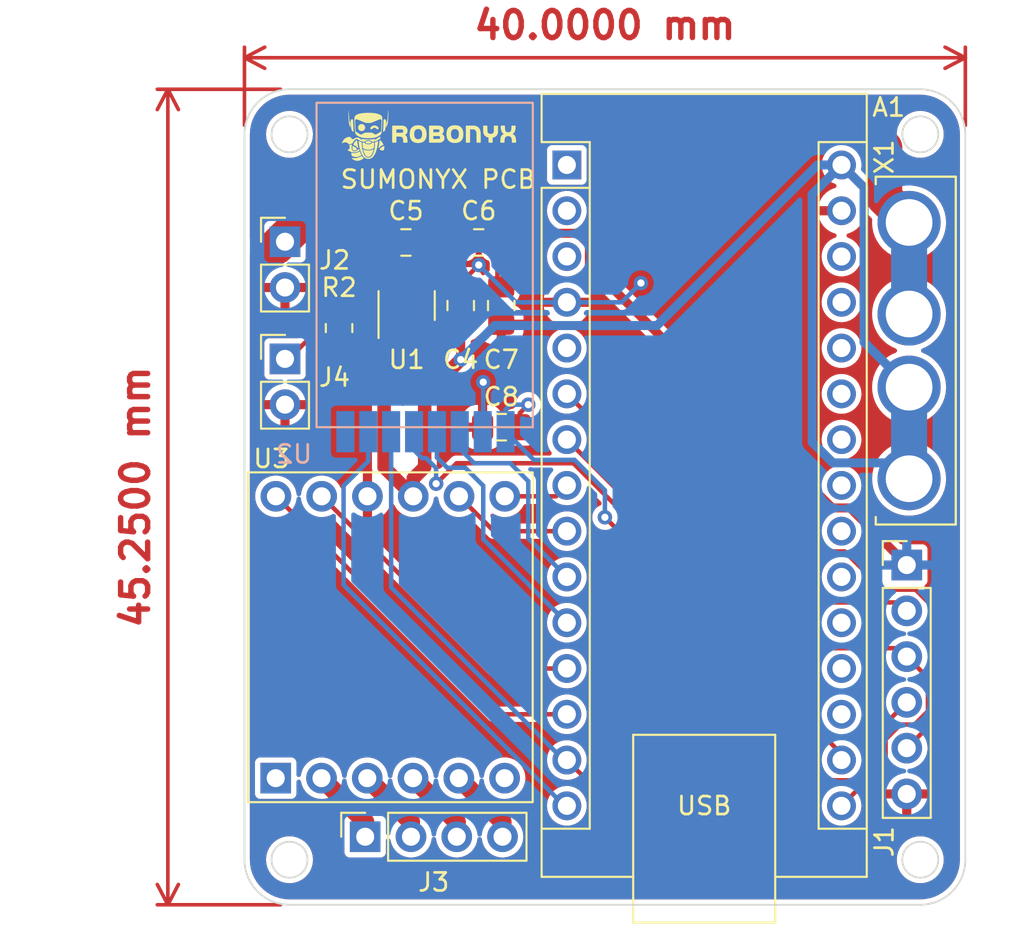
<source format=kicad_pcb>
(kicad_pcb (version 20211014) (generator pcbnew)
  (layers (0 "F.Cu" signal) (31 "B.Cu" signal) (34 "B.Paste" user) (35 "F.Paste" user) (36 "B.SilkS" user "B.Silkscreen") (37 "F.SilkS" user "F.Silkscreen") (38 "B.Mask" user) (39 "F.Mask" user) (44 "Edge.Cuts" user))
  (net 0 "")
  (net 4 "GND")
  (net 6 "Net-(A1-Pad6)")
  (net 7 "Net-(A1-Pad7)")
  (net 8 "Net-(A1-Pad8)")
  (net 9 "Net-(A1-Pad9)")
  (net 10 "Net-(A1-Pad10)")
  (net 11 "Net-(A1-Pad11)")
  (net 12 "Net-(A1-Pad12)")
  (net 13 "Net-(A1-Pad13)")
  (net 14 "Net-(A1-Pad14)")
  (net 15 "Net-(A1-Pad15)")
  (net 16 "Net-(A1-Pad16)")
  (net 17 "+3.3V")
  (net 27 "+5V")
  (net 33 "+7.5V")
  (net 34 "Net-(C5-Pad2)")
  (net 35 "Net-(C6-Pad1)")
  (net 36 "Net-(J2-Pad1)")
  (net 37 "Net-(J4-Pad1)")
  (net 38 "/MOTA1")
  (net 39 "/MOTA2")
  (net 40 "/MOTB1")
  (net 41 "/MOTB2")
  (footprint "DRV8833BRKT:DRV8833BRKT" (layer "F.Cu") (at 146.445 103.805 90)
    (fp_text reference "U3" (at 19.055 1.305 unlocked) (layer "F.SilkS"))
    (fp_text value "DRV8833BRKT")
    (pad "1" thru_hole rect (at 1.33 1.54 90) (size 1.7 1.7) (drill 1) (layers *.Mask "F.Cu" "In1.Cu" "B.Cu"))
    (pad "2" thru_hole oval (at 1.33 4.08 90) (size 1.7 1.7) (drill 1) (layers *.Mask "F.Cu" "In1.Cu" "B.Cu") (net 38 "/MOTA1"))
    (pad "3" thru_hole oval (at 1.33 6.62 90) (size 1.7 1.7) (drill 1) (layers *.Mask "F.Cu" "In1.Cu" "B.Cu") (net 39 "/MOTA2"))
    (pad "4" thru_hole oval (at 1.33 9.16 90) (size 1.7 1.7) (drill 1) (layers *.Mask "F.Cu" "In1.Cu" "B.Cu") (net 40 "/MOTB1"))
    (pad "5" thru_hole oval (at 1.33 11.7 90) (size 1.7 1.7) (drill 1) (layers *.Mask "F.Cu" "In1.Cu" "B.Cu") (net 41 "/MOTB2"))
    (pad "6" thru_hole oval (at 1.33 14.24 90) (size 1.7 1.7) (drill 1) (layers *.Mask "F.Cu" "In1.Cu" "B.Cu"))
    (pad "7" thru_hole circle (at 16.97 1.55 90) (size 1.7 1.7) (drill 1) (layers *.Cu *.Mask) (net 13 "Net-(A1-Pad13)"))
    (pad "8" thru_hole oval (at 16.97 4.09 90) (size 1.7 1.7) (drill 1) (layers *.Cu *.Mask) (net 12 "Net-(A1-Pad12)"))
    (pad "9" thru_hole oval (at 16.97 6.63 90) (size 1.7 1.7) (drill 1) (layers *.Cu *.Mask) (net 4 "GND"))
    (pad "10" thru_hole oval (at 16.97 9.17 90) (size 1.7 1.7) (drill 1) (layers *.Cu *.Mask) (net 33 "+7.5V"))
    (pad "11" thru_hole oval (at 16.97 11.71 90) (size 1.7 1.7) (drill 1) (layers *.Cu *.Mask) (net 9 "Net-(A1-Pad9)"))
    (pad "12" thru_hole oval (at 16.97 14.25 90) (size 1.7 1.7) (drill 1) (layers *.Cu *.Mask) (net 8 "Net-(A1-Pad8)"))
  )
  (footprint "Connector_PinSocket_2.54mm:PinSocket_1x04_P2.54mm_Vertical" (layer "F.Cu") (at 152.95 105.725 90)
    (fp_text reference "J3" (at -2.525 3.8 180) (layer "F.SilkS"))
    (fp_text value "MOTOR")
    (pad "1" thru_hole rect (at 0 0 90) (size 1.7 1.7) (drill 1) (layers *.Cu *.Mask) (net 38 "/MOTA1"))
    (pad "2" thru_hole oval (at 0 2.54 90) (size 1.7 1.7) (drill 1) (layers *.Cu *.Mask) (net 39 "/MOTA2"))
    (pad "3" thru_hole oval (at 0 5.08 90) (size 1.7 1.7) (drill 1) (layers *.Cu *.Mask) (net 40 "/MOTB1"))
    (pad "4" thru_hole oval (at 0 7.62 90) (size 1.7 1.7) (drill 1) (layers *.Cu *.Mask) (net 41 "/MOTB2"))
  )
  (footprint "Capacitor_SMD:C_0805_2012Metric_Pad1.18x1.45mm_HandSolder" (layer "F.Cu") (at 160.5 83)
    (fp_text reference "C8" (at 0 -1.68) (layer "F.SilkS"))
    (fp_text value "10UF10V")
    (pad "1" smd roundrect (at -1.0375 0) (size 1.175 1.45) (layers "F.Cu" "F.Paste" "F.Mask") (roundrect_rratio 0.2127659574) (net 4 "GND"))
    (pad "2" smd roundrect (at 1.0375 0) (size 1.175 1.45) (layers "F.Cu" "F.Paste" "F.Mask") (roundrect_rratio 0.2127659574) (net 17 "+3.3V"))
  )
  (footprint "Package_TO_SOT_SMD:TSOT-23-6" (layer "F.Cu") (at 155.25 76.25 90)
    (fp_text reference "U1" (at -3 0 180) (layer "F.SilkS"))
    (fp_text value "AP63205WU")
    (pad "1" smd roundrect (at -1.1375 -0.95 90) (size 1.325 0.6) (layers "F.Cu" "F.Paste" "F.Mask") (net 27 "+5V"))
    (pad "2" smd roundrect (at -1.1375 0 90) (size 1.325 0.6) (layers "F.Cu" "F.Paste" "F.Mask") (net 33 "+7.5V"))
    (pad "3" smd roundrect (at -1.1375 0.95 90) (size 1.325 0.6) (layers "F.Cu" "F.Paste" "F.Mask") (net 33 "+7.5V"))
    (pad "4" smd roundrect (at 1.1375 0.95 90) (size 1.325 0.6) (layers "F.Cu" "F.Paste" "F.Mask") (net 4 "GND"))
    (pad "5" smd roundrect (at 1.1375 0 90) (size 1.325 0.6) (layers "F.Cu" "F.Paste" "F.Mask") (net 27 "+5V"))
    (pad "6" smd roundrect (at 1.1375 -0.95 90) (size 1.325 0.6) (layers "F.Cu" "F.Paste" "F.Mask") (net 34 "Net-(C5-Pad2)"))
  )
  (footprint "Capacitor_SMD:C_0805_2012Metric_Pad1.18x1.45mm_HandSolder" (layer "F.Cu") (at 155.2125 72.75 180)
    (fp_text reference "C5" (at 0 1.75) (layer "F.SilkS"))
    (fp_text value "100NF10V")
    (pad "1" smd roundrect (at -1.0375 0 180) (size 1.175 1.45) (layers "F.Cu" "F.Paste" "F.Mask") (roundrect_rratio 0.2127659574) (net 27 "+5V"))
    (pad "2" smd roundrect (at 1.0375 0 180) (size 1.175 1.45) (layers "F.Cu" "F.Paste" "F.Mask") (roundrect_rratio 0.2127659574) (net 34 "Net-(C5-Pad2)"))
  )
  (footprint "Capacitor_SMD:C_0805_2012Metric_Pad1.18x1.45mm_HandSolder" (layer "F.Cu") (at 160.5 76.25 -90)
    (fp_text reference "C7" (at 3 0 -180) (layer "F.SilkS"))
    (fp_text value "22UF10V")
    (pad "1" smd roundrect (at -1.0375 0 270) (size 1.175 1.45) (layers "F.Cu" "F.Paste" "F.Mask") (roundrect_rratio 0.2127659574) (net 35 "Net-(C6-Pad1)"))
    (pad "2" smd roundrect (at 1.0375 0 270) (size 1.175 1.45) (layers "F.Cu" "F.Paste" "F.Mask") (roundrect_rratio 0.2127659574) (net 4 "GND"))
  )
  (footprint "Connector_PinHeader_2.54mm:PinHeader_1x02_P2.54mm_Vertical" (layer "F.Cu") (at 148.5 79.21)
    (fp_text reference "J4" (at 2.75 1.025) (layer "F.SilkS"))
    (fp_text value "BACK 7 LED")
    (pad "1" thru_hole rect (at 0 0) (size 1.7 1.7) (drill 1) (layers *.Cu *.Mask) (net 37 "Net-(J4-Pad1)"))
    (pad "2" thru_hole oval (at 0 2.54) (size 1.7 1.7) (drill 1) (layers *.Cu *.Mask) (net 4 "GND"))
  )
  (footprint "Module:Arduino_Nano" (layer "F.Cu") (at 164.14 68.45)
    (fp_text reference "A1" (at 17.86 -3.2) (layer "F.SilkS"))
    (fp_text value "Arduino_Nano_v3.x")
    (fp_text user "USB" (at 7.62 35.56 unlocked) (layer "F.SilkS"))
    (pad "1" thru_hole rect (at 0 0) (size 1.6 1.6) (drill 1) (layers *.Cu *.Mask))
    (pad "2" thru_hole oval (at 0 2.54) (size 1.6 1.6) (drill 1) (layers *.Cu *.Mask))
    (pad "3" thru_hole oval (at 0 5.08) (size 1.6 1.6) (drill 1) (layers *.Cu *.Mask))
    (pad "4" thru_hole oval (at 0 7.62) (size 1.6 1.6) (drill 1) (layers *.Cu *.Mask) (net 4 "GND"))
    (pad "5" thru_hole oval (at 0 10.16) (size 1.6 1.6) (drill 1) (layers *.Cu *.Mask))
    (pad "6" thru_hole oval (at 0 12.7) (size 1.6 1.6) (drill 1) (layers *.Cu *.Mask) (net 6 "Net-(A1-Pad6)"))
    (pad "7" thru_hole oval (at 0 15.24) (size 1.6 1.6) (drill 1) (layers *.Cu *.Mask) (net 7 "Net-(A1-Pad7)"))
    (pad "8" thru_hole oval (at 0 17.78) (size 1.6 1.6) (drill 1) (layers *.Cu *.Mask) (net 8 "Net-(A1-Pad8)"))
    (pad "9" thru_hole oval (at 0 20.32) (size 1.6 1.6) (drill 1) (layers *.Cu *.Mask) (net 9 "Net-(A1-Pad9)"))
    (pad "10" thru_hole oval (at 0 22.86) (size 1.6 1.6) (drill 1) (layers *.Cu *.Mask) (net 10 "Net-(A1-Pad10)"))
    (pad "11" thru_hole oval (at 0 25.4) (size 1.6 1.6) (drill 1) (layers *.Cu *.Mask) (net 11 "Net-(A1-Pad11)"))
    (pad "12" thru_hole oval (at 0 27.94) (size 1.6 1.6) (drill 1) (layers *.Cu *.Mask) (net 12 "Net-(A1-Pad12)"))
    (pad "13" thru_hole oval (at 0 30.48) (size 1.6 1.6) (drill 1) (layers *.Cu *.Mask) (net 13 "Net-(A1-Pad13)"))
    (pad "14" thru_hole oval (at 0 33.02) (size 1.6 1.6) (drill 1) (layers *.Cu *.Mask) (net 14 "Net-(A1-Pad14)"))
    (pad "15" thru_hole oval (at 0 35.56) (size 1.6 1.6) (drill 1) (layers *.Cu *.Mask) (net 15 "Net-(A1-Pad15)"))
    (pad "16" thru_hole oval (at 15.24 35.56) (size 1.6 1.6) (drill 1) (layers *.Cu *.Mask) (net 16 "Net-(A1-Pad16)"))
    (pad "17" thru_hole oval (at 15.24 33.02) (size 1.6 1.6) (drill 1) (layers *.Cu *.Mask) (net 17 "+3.3V"))
    (pad "18" thru_hole oval (at 15.24 30.48) (size 1.6 1.6) (drill 1) (layers *.Cu *.Mask))
    (pad "19" thru_hole oval (at 15.24 27.94) (size 1.6 1.6) (drill 1) (layers *.Cu *.Mask))
    (pad "20" thru_hole oval (at 15.24 25.4) (size 1.6 1.6) (drill 1) (layers *.Cu *.Mask))
    (pad "21" thru_hole oval (at 15.24 22.86) (size 1.6 1.6) (drill 1) (layers *.Cu *.Mask))
    (pad "22" thru_hole oval (at 15.24 20.32) (size 1.6 1.6) (drill 1) (layers *.Cu *.Mask))
    (pad "23" thru_hole oval (at 15.24 17.78) (size 1.6 1.6) (drill 1) (layers *.Cu *.Mask))
    (pad "24" thru_hole oval (at 15.24 15.24) (size 1.6 1.6) (drill 1) (layers *.Cu *.Mask))
    (pad "25" thru_hole oval (at 15.24 12.7) (size 1.6 1.6) (drill 1) (layers *.Cu *.Mask))
    (pad "26" thru_hole oval (at 15.24 10.16) (size 1.6 1.6) (drill 1) (layers *.Cu *.Mask))
    (pad "27" thru_hole oval (at 15.24 7.62) (size 1.6 1.6) (drill 1) (layers *.Cu *.Mask))
    (pad "28" thru_hole oval (at 15.24 5.08) (size 1.6 1.6) (drill 1) (layers *.Cu *.Mask))
    (pad "29" thru_hole oval (at 15.24 2.54) (size 1.6 1.6) (drill 1) (layers *.Cu *.Mask) (net 4 "GND"))
    (pad "30" thru_hole oval (at 15.24 0) (size 1.6 1.6) (drill 1) (layers *.Cu *.Mask) (net 33 "+7.5V"))
  )
  (footprint "Capacitor_SMD:C_0805_2012Metric_Pad1.18x1.45mm_HandSolder" (layer "F.Cu") (at 158.25 76.25 -90)
    (fp_text reference "C4" (at 3 0 -180) (layer "F.SilkS"))
    (fp_text value "10UF10V")
    (pad "1" smd roundrect (at -1.0375 0 270) (size 1.175 1.45) (layers "F.Cu" "F.Paste" "F.Mask") (roundrect_rratio 0.2127659574) (net 4 "GND"))
    (pad "2" smd roundrect (at 1.0375 0 270) (size 1.175 1.45) (layers "F.Cu" "F.Paste" "F.Mask") (roundrect_rratio 0.2127659574) (net 33 "+7.5V"))
  )
  (footprint "Resistor_SMD:R_0805_2012Metric" (layer "F.Cu") (at 151.5 77.5 90)
    (fp_text reference "R2" (at 2.25 0 180) (layer "F.SilkS"))
    (fp_text value "50R")
    (pad "1" smd roundrect (at -0.9125 0 90) (size 1.025 1.4) (layers "F.Cu" "F.Paste" "F.Mask") (roundrect_rratio 0.243902439) (net 27 "+5V"))
    (pad "2" smd roundrect (at 0.9125 0 90) (size 1.025 1.4) (layers "F.Cu" "F.Paste" "F.Mask") (roundrect_rratio 0.243902439) (net 37 "Net-(J4-Pad1)"))
  )
  (footprint "Connector_PinHeader_2.54mm:PinHeader_1x02_P2.54mm_Vertical" (layer "F.Cu") (at 148.5 72.71)
    (fp_text reference "J2" (at 2.75 1.025) (layer "F.SilkS"))
    (fp_text value "BATT 7V5")
    (pad "1" thru_hole rect (at 0 0) (size 1.7 1.7) (drill 1) (layers *.Cu *.Mask) (net 36 "Net-(J2-Pad1)"))
    (pad "2" thru_hole oval (at 0 2.54) (size 1.7 1.7) (drill 1) (layers *.Cu *.Mask) (net 4 "GND"))
  )
  (footprint "Connector_PinHeader_2.54mm:PinHeader_1x06_P2.54mm_Vertical" (layer "F.Cu") (at 183 90.65)
    (fp_text reference "J1" (at -1.25 15.35 90) (layer "F.SilkS"))
    (fp_text value "Conn_01x06_Male")
    (pad "1" thru_hole rect (at 0 0) (size 1.7 1.7) (drill 1) (layers *.Cu *.Mask) (net 27 "+5V"))
    (pad "2" thru_hole oval (at 0 2.54) (size 1.7 1.7) (drill 1) (layers *.Cu *.Mask) (net 7 "Net-(A1-Pad7)"))
    (pad "3" thru_hole oval (at 0 5.08) (size 1.7 1.7) (drill 1) (layers *.Cu *.Mask) (net 16 "Net-(A1-Pad16)"))
    (pad "4" thru_hole oval (at 0 7.62) (size 1.7 1.7) (drill 1) (layers *.Cu *.Mask) (net 14 "Net-(A1-Pad14)"))
    (pad "5" thru_hole oval (at 0 10.16) (size 1.7 1.7) (drill 1) (layers *.Cu *.Mask) (net 6 "Net-(A1-Pad6)"))
    (pad "6" thru_hole oval (at 0 12.7) (size 1.7 1.7) (drill 1) (layers *.Cu *.Mask) (net 4 "GND"))
  )
  (footprint "3522-2:FUSE_3522-2" (layer "F.Cu") (at 183.5 78.75 90)
    (fp_text reference "X1" (at 10.75 -1.75 90) (layer "F.SilkS"))
    (fp_text value "3522-2")
    (pad "1A" thru_hole circle locked (at -7.11 -0.37 90) (size 3.5 3.5) (drill 2.59) (layers *.Cu *.Mask) (net 33 "+7.5V"))
    (pad "1B" thru_hole circle locked (at -2.03 -0.37 90) (size 3.5 3.5) (drill 2.59) (layers *.Cu *.Mask) (net 33 "+7.5V"))
    (pad "2A" thru_hole circle locked (at 2.03 -0.37 90) (size 3.5 3.5) (drill 2.59) (layers *.Cu *.Mask) (net 36 "Net-(J2-Pad1)"))
    (pad "2B" thru_hole circle locked (at 7.11 -0.37 90) (size 3.5 3.5) (drill 2.59) (layers *.Cu *.Mask) (net 36 "Net-(J2-Pad1)"))
  )
  (footprint "LOGO" (layer "F.Cu") (at 156.5 66.75)
    (fp_text reference "G***" hide)
    (fp_text value "LOGO" hide)
  )
  (footprint "Capacitor_SMD:C_0805_2012Metric_Pad1.18x1.45mm_HandSolder" (layer "F.Cu") (at 159.25 72.75 180)
    (fp_text reference "C6" (at 0 1.75) (layer "F.SilkS"))
    (fp_text value "22UF10V")
    (pad "1" smd roundrect (at -1.0375 0 180) (size 1.175 1.45) (layers "F.Cu" "F.Paste" "F.Mask") (roundrect_rratio 0.2127659574) (net 35 "Net-(C6-Pad1)"))
    (pad "2" smd roundrect (at 1.0375 0 180) (size 1.175 1.45) (layers "F.Cu" "F.Paste" "F.Mask") (roundrect_rratio 0.2127659574) (net 27 "+5V"))
  )
  (footprint "nRF24L01BRKT_SMD:nRF24L01_Breakout_SMD" (layer "B.Cu") (at 162.25 83 90)
    (fp_text reference "U2" (at -1.5 -13.25 unlocked) (layer "B.SilkS") (effects (justify mirror)))
    (fp_text value "NRF24L01_Breakout")
    (pad "1" smd rect (at -0.25 -2.78 90) (size 2.286 1) (layers "B.Cu" "B.Paste" "B.Mask") (net 4 "GND"))
    (pad "2" smd rect (at -0.25 -1.51 90) (size 2.286 1) (layers "B.Cu" "B.Paste" "B.Mask") (net 17 "+3.3V"))
    (pad "3" smd rect (at -0.25 -4.05 90) (size 2.286 1) (layers "B.Cu" "B.Paste" "B.Mask") (net 10 "Net-(A1-Pad10)"))
    (pad "4" smd rect (at -0.25 -5.32 90) (size 2.286 1) (layers "B.Cu" "B.Paste" "B.Mask") (net 11 "Net-(A1-Pad11)"))
    (pad "5" smd rect (at -0.25 -6.59 90) (size 2.286 1) (layers "B.Cu" "B.Paste" "B.Mask") (net 16 "Net-(A1-Pad16)"))
    (pad "6" smd rect (at -0.25 -7.86 90) (size 2.286 1) (layers "B.Cu" "B.Paste" "B.Mask") (net 14 "Net-(A1-Pad14)"))
    (pad "7" smd rect (at -0.25 -9.13 90) (size 2.286 1) (layers "B.Cu" "B.Paste" "B.Mask") (net 15 "Net-(A1-Pad15)"))
    (pad "8" smd rect (at -0.25 -10.4 90) (size 2.286 1) (layers "B.Cu" "B.Paste" "B.Mask"))
  )
  (gr_arc (start 146.25 66.75) (mid 146.982233 64.982233) (end 148.75 64.25) (layer "Edge.Cuts") (width 0.1))
  (gr_line (start 186.25 107) (end 186.25 66.75) (layer "Edge.Cuts") (width 0.1))
  (gr_arc (start 186.25 107) (mid 185.517767 108.767767) (end 183.75 109.5) (layer "Edge.Cuts") (width 0.1))
  (gr_circle (center 183.75 66.75) (end 183.75 65.75) (layer "Edge.Cuts") (width 0.1) (fill none))
  (gr_line (start 148.75 109.5) (end 183.75 109.5) (layer "Edge.Cuts") (width 0.1))
  (gr_circle (center 148.75 107) (end 148.75 108) (layer "Edge.Cuts") (width 0.1) (fill none))
  (gr_circle (center 148.75 66.75) (end 147.75 66.75) (layer "Edge.Cuts") (width 0.1) (fill none))
  (gr_line (start 148.75 64.25) (end 183.75 64.25) (layer "Edge.Cuts") (width 0.1))
  (gr_circle (center 183.75 107) (end 184.75 107) (layer "Edge.Cuts") (width 0.1) (fill none))
  (gr_line (start 146.25 107) (end 146.25 66.75) (layer "Edge.Cuts") (width 0.1))
  (gr_arc (start 183.75 64.25) (mid 185.517767 64.982233) (end 186.25 66.75) (layer "Edge.Cuts") (width 0.1))
  (gr_arc (start 148.75 109.5) (mid 146.982233 108.767767) (end 146.25 107) (layer "Edge.Cuts") (width 0.1))
  (gr_text "SUMONYX PCB" (at 157 69.25) (layer "F.SilkS") (effects (font (size 1 1))))
  (dimension (type aligned) (layer "F.Cu") (pts (xy 186.25 66.75) (xy 146.25 66.75)) (height 4.249999) (gr_text "40.0000 mm" (at 166.25 60.700001) (layer "F.Cu") (effects (font (size 1.5 1.5) (thickness 0.3)))) (format (units 3) (units_format 1) (precision 4)) (style (thickness 0.2) (arrow_length 1.27) (text_position_mode 0) (extension_height 0.58642) (extension_offset 0.5) keep_text_aligned))
  (dimension (type aligned) (layer "F.Cu") (pts (xy 148.75 64.25) (xy 148.75 109.5)) (height 6.749999) (gr_text "45.2500 mm" (at 140.200001 86.875 90) (layer "F.Cu") (effects (font (size 1.5 1.5) (thickness 0.3)))) (format (units 3) (units_format 1) (precision 4)) (style (thickness 0.2) (arrow_length 1.27) (text_position_mode 0) (extension_height 0.58642) (extension_offset 0.5) keep_text_aligned))
  (segment (start 158.25 75.2125) (end 158.25 75) (width 0.25) (layer "F.Cu") (net 4))
  (segment (start 159.4625 80.5375) (end 159.5 80.5) (width 0.25) (layer "F.Cu") (net 4))
  (segment (start 158.15 75.1125) (end 158.25 75.2125) (width 0.25) (layer "F.Cu") (net 4))
  (segment (start 158.25 75) (end 159.25 74) (width 0.25) (layer "F.Cu") (net 4))
  (segment (start 156.2 75.1125) (end 158.15 75.1125) (width 0.25) (layer "F.Cu") (net 4))
  (segment (start 159.4625 83) (end 159.4625 80.5375) (width 0.25) (layer "F.Cu") (net 4))
  (via (at 168.25 75) (size 0.8) (drill 0.4) (layers "F.Cu" "B.Cu") (net 4))
  (via (at 159.25 74) (size 0.8) (drill 0.4) (layers "F.Cu" "B.Cu") (net 4))
  (via (at 159.5 80.5) (size 0.8) (drill 0.4) (layers "F.Cu" "B.Cu") (net 4))
  (segment (start 161.32 76.07) (end 164.14 76.07) (width 0.25) (layer "B.Cu") (net 4))
  (segment (start 164.14 76.07) (end 167.18 76.07) (width 0.25) (layer "B.Cu") (net 4))
  (segment (start 167.18 76.07) (end 168.25 75) (width 0.25) (layer "B.Cu") (net 4))
  (segment (start 159.25 74) (end 161.32 76.07) (width 0.25) (layer "B.Cu") (net 4))
  (segment (start 159.5 82.47) (end 159.47 82.5) (width 0.25) (layer "B.Cu") (net 4))
  (segment (start 159.5 80.5) (end 159.5 82.47) (width 0.25) (layer "B.Cu") (net 4))
  (segment (start 165.99 83) (end 164.14 81.15) (width 0.25) (layer "F.Cu") (net 6))
  (segment (start 181.675991 92.015) (end 179.555991 89.895) (width 0.25) (layer "F.Cu") (net 6))
  (segment (start 183.486701 92.015) (end 181.675991 92.015) (width 0.25) (layer "F.Cu") (net 6))
  (segment (start 185 93.528299) (end 183.486701 92.015) (width 0.25) (layer "F.Cu") (net 6))
  (segment (start 179.555991 89.895) (end 173.895 89.895) (width 0.25) (layer "F.Cu") (net 6))
  (segment (start 167 83) (end 165.99 83) (width 0.25) (layer "F.Cu") (net 6))
  (segment (start 183 100.81) (end 185 98.81) (width 0.25) (layer "F.Cu") (net 6))
  (segment (start 185 98.81) (end 185 93.528299) (width 0.25) (layer "F.Cu") (net 6))
  (segment (start 173.895 89.895) (end 167 83) (width 0.25) (layer "F.Cu") (net 6))
  (segment (start 183 93.19) (end 182.535 92.725) (width 0.25) (layer "F.Cu") (net 7))
  (segment (start 182.535 92.725) (end 173.175 92.725) (width 0.25) (layer "F.Cu") (net 7))
  (segment (start 173.175 92.725) (end 164.14 83.69) (width 0.25) (layer "F.Cu") (net 7))
  (segment (start 163.535 86.835) (end 164.14 86.23) (width 0.25) (layer "F.Cu") (net 8))
  (segment (start 160.695 86.835) (end 163.535 86.835) (width 0.25) (layer "F.Cu") (net 8))
  (segment (start 160.09 88.77) (end 164.14 88.77) (width 0.25) (layer "F.Cu") (net 9))
  (segment (start 158.155 86.835) (end 160.09 88.77) (width 0.25) (layer "F.Cu") (net 9))
  (segment (start 159 85) (end 158.2 84.2) (width 0.25) (layer "B.Cu") (net 10))
  (segment (start 158.2 84.2) (end 158.2 83.25) (width 0.25) (layer "B.Cu") (net 10))
  (segment (start 162 89.17) (end 162 86) (width 0.25) (layer "B.Cu") (net 10))
  (segment (start 162 86) (end 161 85) (width 0.25) (layer "B.Cu") (net 10))
  (segment (start 164.14 91.31) (end 162 89.17) (width 0.25) (layer "B.Cu") (net 10))
  (segment (start 161 85) (end 159 85) (width 0.25) (layer "B.Cu") (net 10))
  (segment (start 156.93 83.25) (end 156.93 84.68) (width 0.25) (layer "B.Cu") (net 11))
  (segment (start 157.5 85.25) (end 158.5 85.25) (width 0.25) (layer "B.Cu") (net 11))
  (segment (start 159.5 89.21) (end 164.14 93.85) (width 0.25) (layer "B.Cu") (net 11))
  (segment (start 159.5 86.25) (end 159.5 89.21) (width 0.25) (layer "B.Cu") (net 11))
  (segment (start 156.93 84.68) (end 157.5 85.25) (width 0.25) (layer "B.Cu") (net 11))
  (segment (start 158.5 85.25) (end 159.5 86.25) (width 0.25) (layer "B.Cu") (net 11))
  (segment (start 150.535 86.835) (end 160.09 96.39) (width 0.25) (layer "F.Cu") (net 12))
  (segment (start 160.09 96.39) (end 164.14 96.39) (width 0.25) (layer "F.Cu") (net 12))
  (segment (start 147.995 86.835) (end 160.09 98.93) (width 0.25) (layer "F.Cu") (net 13))
  (segment (start 160.09 98.93) (end 164.14 98.93) (width 0.25) (layer "F.Cu") (net 13))
  (segment (start 181.375 101.375) (end 180.155 102.595) (width 0.25) (layer "F.Cu") (net 14))
  (segment (start 165.265 102.595) (end 164.14 101.47) (width 0.25) (layer "F.Cu") (net 14))
  (segment (start 183 98.27) (end 181.375 99.895) (width 0.25) (layer "F.Cu") (net 14))
  (segment (start 180.155 102.595) (end 165.265 102.595) (width 0.25) (layer "F.Cu") (net 14))
  (segment (start 181.375 99.895) (end 181.375 101.375) (width 0.25) (layer "F.Cu") (net 14))
  (segment (start 164.14 101.47) (end 163.97 101.47) (width 0.25) (layer "B.Cu") (net 14))
  (segment (start 154.39 91.89) (end 154.39 83.25) (width 0.25) (layer "B.Cu") (net 14))
  (segment (start 163.97 101.47) (end 154.39 91.89) (width 0.25) (layer "B.Cu") (net 14))
  (segment (start 151.75 91.75) (end 151.75 86.25) (width 0.25) (layer "B.Cu") (net 15))
  (segment (start 151.75 86.25) (end 153.12 84.88) (width 0.25) (layer "B.Cu") (net 15))
  (segment (start 164.01 104.01) (end 151.75 91.75) (width 0.25) (layer "B.Cu") (net 15))
  (segment (start 164.14 104.01) (end 164.01 104.01) (width 0.25) (layer "B.Cu") (net 15))
  (segment (start 153.12 84.88) (end 153.12 83.25) (width 0.25) (layer "B.Cu") (net 15))
  (segment (start 164.500991 85) (end 174.765991 95.265) (width 0.25) (layer "F.Cu") (net 16))
  (segment (start 183.431701 99.5) (end 182.648299 99.5) (width 0.25) (layer "F.Cu") (net 16))
  (segment (start 156.884999 86.136319) (end 158.021318 85) (width 0.25) (layer "F.Cu") (net 16))
  (segment (start 181.825 100.323299) (end 181.825 101.561396) (width 0.25) (layer "F.Cu") (net 16))
  (segment (start 183 95.73) (end 184.175 96.905) (width 0.25) (layer "F.Cu") (net 16))
  (segment (start 184.175 96.905) (end 184.175 98.756701) (width 0.25) (layer "F.Cu") (net 16))
  (segment (start 182.535 95.265) (end 183 95.73) (width 0.25) (layer "F.Cu") (net 16))
  (segment (start 184.175 98.756701) (end 183.431701 99.5) (width 0.25) (layer "F.Cu") (net 16))
  (segment (start 179.38 104.006396) (end 179.38 104.01) (width 0.25) (layer "F.Cu") (net 16))
  (segment (start 174.765991 95.265) (end 182.535 95.265) (width 0.25) (layer "F.Cu") (net 16))
  (segment (start 181.825 101.561396) (end 179.38 104.006396) (width 0.25) (layer "F.Cu") (net 16))
  (segment (start 182.648299 99.5) (end 181.825 100.323299) (width 0.25) (layer "F.Cu") (net 16))
  (segment (start 158.021318 85) (end 164.500991 85) (width 0.25) (layer "F.Cu") (net 16))
  (via (at 156.884999 86.136319) (size 0.8) (drill 0.4) (layers "F.Cu" "B.Cu") (net 16))
  (segment (start 156.105 84.718) (end 155.66 84.273) (width 0.25) (layer "B.Cu") (net 16))
  (segment (start 156.884999 86.136319) (end 156.884999 85.271395) (width 0.25) (layer "B.Cu") (net 16))
  (segment (start 155.66 84.273) (end 155.66 83.25) (width 0.25) (layer "B.Cu") (net 16))
  (segment (start 156.331604 84.718) (end 156.105 84.718) (width 0.25) (layer "B.Cu") (net 16))
  (segment (start 156.884999 85.271395) (end 156.331604 84.718) (width 0.25) (layer "B.Cu") (net 16))
  (segment (start 166.25 88) (end 179.38 101.13) (width 0.25) (layer "F.Cu") (net 17))
  (segment (start 162 81.75) (end 161.5375 82.2125) (width 0.25) (layer "F.Cu") (net 17))
  (segment (start 179.38 101.13) (end 179.38 101.47) (width 0.25) (layer "F.Cu") (net 17))
  (segment (start 161.5375 82.2125) (end 161.5375 83) (width 0.25) (layer "F.Cu") (net 17))
  (via (at 162 81.75) (size 0.8) (drill 0.4) (layers "F.Cu" "B.Cu") (net 17))
  (via (at 166.25 88) (size 0.8) (drill 0.4) (layers "F.Cu" "B.Cu") (net 17))
  (segment (start 161 81.75) (end 160.74 82.01) (width 0.25) (layer "B.Cu") (net 17))
  (segment (start 164.565 84.815) (end 162.305 84.815) (width 0.25) (layer "B.Cu") (net 17))
  (segment (start 162 81.75) (end 161 81.75) (width 0.25) (layer "B.Cu") (net 17))
  (segment (start 160.74 82.01) (end 160.74 82.5) (width 0.25) (layer "B.Cu") (net 17))
  (segment (start 166.25 86.5) (end 164.565 84.815) (width 0.25) (layer "B.Cu") (net 17))
  (segment (start 166.25 88) (end 166.25 86.5) (width 0.25) (layer "B.Cu") (net 17))
  (segment (start 162.305 84.815) (end 160.74 83.25) (width 0.25) (layer "B.Cu") (net 17))
  (segment (start 158.2125 72.75) (end 156.25 72.75) (width 0.25) (layer "F.Cu") (net 27))
  (segment (start 161.085 71.575) (end 159.3875 71.575) (width 0.5) (layer "F.Cu") (net 27))
  (segment (start 164.74 72.24) (end 161.75 72.24) (width 0.5) (layer "F.Cu") (net 27))
  (segment (start 183 90.622233) (end 179.857767 87.48) (width 0.5) (layer "F.Cu") (net 27))
  (segment (start 183 90.65) (end 183 90.622233) (width 0.5) (layer "F.Cu") (net 27))
  (segment (start 155.25 75.75) (end 155.25 75.1125) (width 0.5) (layer "F.Cu") (net 27))
  (segment (start 178.862233 87.48) (end 165.39 74.007767) (width 0.5) (layer "F.Cu") (net 27))
  (segment (start 165.39 74.007767) (end 165.39 72.89) (width 0.5) (layer "F.Cu") (net 27))
  (segment (start 151.5 78.4125) (end 153.8375 78.4125) (width 0.5) (layer "F.Cu") (net 27))
  (segment (start 161.75 72.24) (end 161.085 71.575) (width 0.5) (layer "F.Cu") (net 27))
  (segment (start 179.857767 87.48) (end 178.862233 87.48) (width 0.5) (layer "F.Cu") (net 27))
  (segment (start 154.3 77.95) (end 154.3 77.3875) (width 0.5) (layer "F.Cu") (net 27))
  (segment (start 155.25 73.75) (end 155.25 75.1125) (width 0.5) (layer "F.Cu") (net 27))
  (segment (start 154.3 76.7) (end 155.25 75.75) (width 0.5) (layer "F.Cu") (net 27))
  (segment (start 156.25 72.75) (end 155.25 73.75) (width 0.5) (layer "F.Cu") (net 27))
  (segment (start 159.3875 71.575) (end 158.2125 72.75) (width 0.5) (layer "F.Cu") (net 27))
  (segment (start 153.8375 78.4125) (end 154.3 77.95) (width 0.5) (layer "F.Cu") (net 27))
  (segment (start 154.3 77.3875) (end 154.3 76.7) (width 0.5) (layer "F.Cu") (net 27))
  (segment (start 165.39 72.89) (end 164.74 72.24) (width 0.5) (layer "F.Cu") (net 27))
  (segment (start 158.25 77.2875) (end 156.3 77.2875) (width 0.25) (layer "F.Cu") (net 33))
  (segment (start 156.25 85.215683) (end 155.615 85.850683) (width 0.75) (layer "F.Cu") (net 33))
  (segment (start 156.3 77.2875) (end 156.2 77.3875) (width 0.25) (layer "F.Cu") (net 33))
  (segment (start 155.615 86.835) (end 154 85.22) (width 0.75) (layer "F.Cu") (net 33))
  (segment (start 155.25 79) (end 155.25 77.3875) (width 0.75) (layer "F.Cu") (net 33))
  (segment (start 154 80.25) (end 155.25 79) (width 0.75) (layer "F.Cu") (net 33))
  (segment (start 155.615 85.850683) (end 155.615 86.835) (width 0.75) (layer "F.Cu") (net 33))
  (segment (start 156.2 77.3875) (end 155.25 77.3875) (width 0.25) (layer "F.Cu") (net 33))
  (segment (start 158.25 79.25) (end 156.25 81.25) (width 0.75) (layer "F.Cu") (net 33))
  (segment (start 156.25 81.25) (end 156.25 85.215683) (width 0.75) (layer "F.Cu") (net 33))
  (segment (start 158.25 79.25) (end 158.25 77.2875) (width 0.5) (layer "F.Cu") (net 33))
  (segment (start 154 85.22) (end 154 80.25) (width 0.75) (layer "F.Cu") (net 33))
  (via (at 158.25 79.25) (size 0.8) (drill 0.4) (layers "F.Cu" "B.Cu") (net 33))
  (segment (start 160.14 77.36) (end 158.25 79.25) (width 0.5) (layer "B.Cu") (net 33))
  (segment (start 169.14 77.36) (end 160.14 77.36) (width 0.5) (layer "B.Cu") (net 33))
  (segment (start 179.38 68.45) (end 177.75 70.08) (width 0.5) (layer "B.Cu") (net 33))
  (segment (start 183.13 80.78) (end 183.13 85.86) (width 2) (layer "B.Cu") (net 33))
  (segment (start 177.75 83.827767) (end 178.902233 84.98) (width 0.5) (layer "B.Cu") (net 33))
  (segment (start 177.75 70.08) (end 177.75 83.827767) (width 0.5) (layer "B.Cu") (net 33))
  (segment (start 179.38 68.45) (end 180.63 69.7) (width 0.5) (layer "B.Cu") (net 33))
  (segment (start 178.902233 84.98) (end 182.25 84.98) (width 0.5) (layer "B.Cu") (net 33))
  (segment (start 180.63 69.7) (end 180.63 78.28) (width 0.5) (layer "B.Cu") (net 33))
  (segment (start 180.63 78.28) (end 183.13 80.78) (width 0.5) (layer "B.Cu") (net 33))
  (segment (start 182.25 84.98) (end 183.13 85.86) (width 0.5) (layer "B.Cu") (net 33))
  (segment (start 178.05 68.45) (end 169.14 77.36) (width 0.5) (layer "B.Cu") (net 33))
  (segment (start 179.38 68.45) (end 178.05 68.45) (width 0.5) (layer "B.Cu") (net 33))
  (segment (start 154.3 72.875) (end 154.175 72.75) (width 0.25) (layer "F.Cu") (net 34))
  (segment (start 154.3 75.1125) (end 154.3 72.875) (width 0.25) (layer "F.Cu") (net 34))
  (segment (start 160.2875 72.75) (end 160.2875 75) (width 0.25) (layer "F.Cu") (net 35))
  (segment (start 160.2875 75) (end 160.5 75.2125) (width 0.25) (layer "F.Cu") (net 35))
  (segment (start 148.025 72.975) (end 154.75 66.25) (width 2) (layer "F.Cu") (net 36))
  (segment (start 181.75 67.5) (end 181.75 70.26) (width 2) (layer "F.Cu") (net 36))
  (segment (start 154.75 66.25) (end 180.5 66.25) (width 2) (layer "F.Cu") (net 36))
  (segment (start 181.75 70.26) (end 183.13 71.64) (width 2) (layer "F.Cu") (net 36))
  (segment (start 180.5 66.25) (end 181.75 67.5) (width 2) (layer "F.Cu") (net 36))
  (segment (start 183.13 71.64) (end 183.13 76.72) (width 2) (layer "B.Cu") (net 36))
  (segment (start 148.70875 79.21) (end 148.5 79.21) (width 0.25) (layer "F.Cu") (net 37))
  (segment (start 151.33125 76.5875) (end 148.70875 79.21) (width 0.25) (layer "F.Cu") (net 37))
  (segment (start 152.95 104.9) (end 152.95 105.725) (width 1) (layer "F.Cu") (net 38))
  (segment (start 150.525 102.475) (end 152.95 104.9) (width 1) (layer "F.Cu") (net 38))
  (segment (start 153.065 102.475) (end 155.49 104.9) (width 1) (layer "F.Cu") (net 39))
  (segment (start 155.49 104.9) (end 155.49 105.725) (width 1) (layer "F.Cu") (net 39))
  (segment (start 155.605 102.475) (end 158.03 104.9) (width 1) (layer "F.Cu") (net 40))
  (segment (start 158.03 104.9) (end 158.03 105.725) (width 1) (layer "F.Cu") (net 40))
  (segment (start 158.145 102.475) (end 160.57 104.9) (width 1) (layer "F.Cu") (net 41))
  (segment (start 160.57 104.9) (end 160.57 105.725) (width 1) (layer "F.Cu") (net 41))
  (zone (net 4) (net_name "GND") (layer "F.Cu") (connect_pads (clearance 0.3)) (min_thickness 0.254) (fill yes (thermal_gap 0.508) (thermal_bridge_width 0.508))
    (polygon (pts (xy 186.5 109.75) (xy 146 109.75) (xy 146 64) (xy 186.5 64)))
  )
  (zone (net 27) (net_name "+5V") (layer "B.Cu") (connect_pads (clearance 0.3)) (min_thickness 0.254) (fill yes (thermal_gap 0.508) (thermal_bridge_width 0.508))
    (polygon (pts (xy 186.5 109.75) (xy 146 109.75) (xy 146 64) (xy 186.5 64)))
  )
)
</source>
